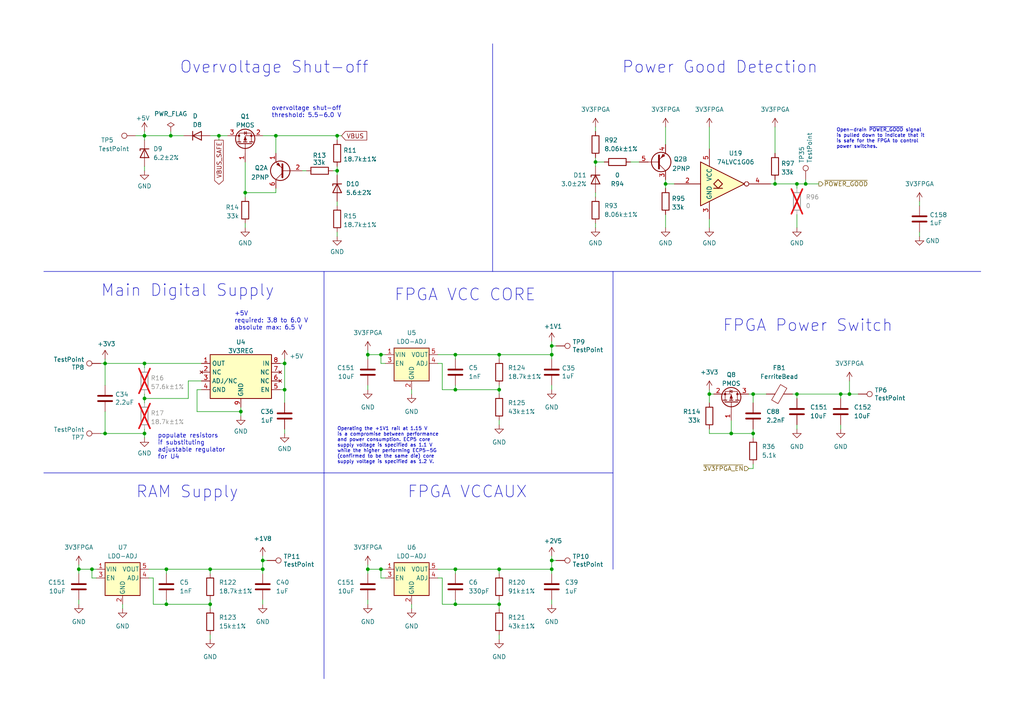
<source format=kicad_sch>
(kicad_sch (version 20230121) (generator eeschema)
  (paper "A4")
  (title_block (title "${TITLE}") (date "${DATE}") (rev "${VERSION}") (company "${COPYRIGHT}") (comment 1 "${LICENSE}"))
  (junction (at 243.84 114.3))
  (junction (at 231.14 114.3))
  (junction (at 41.91 105.41))
  (junction (at 233.68 53.34))
  (junction (at 144.78 102.87))
  (junction (at 212.09 125.73))
  (junction (at 48.26 165.1))
  (junction (at 110.49 102.87))
  (junction (at 76.2 165.1))
  (junction (at 60.96 165.1))
  (junction (at 26.67 165.1))
  (junction (at 132.08 113.03))
  (junction (at 218.44 114.3))
  (junction (at 160.02 100.33))
  (junction (at 160.02 165.1))
  (junction (at 224.79 53.34))
  (junction (at 132.08 175.26))
  (junction (at 49.53 39.37))
  (junction (at 48.26 175.26))
  (junction (at 80.01 39.37))
  (junction (at 144.78 165.1))
  (junction (at 110.49 165.1))
  (junction (at 231.14 53.34))
  (junction (at 246.38 114.3))
  (junction (at 69.85 119.38))
  (junction (at 30.48 105.41))
  (junction (at 63.5 39.37))
  (junction (at 97.79 49.53))
  (junction (at 60.96 175.26))
  (junction (at 160.02 162.56))
  (junction (at 82.55 113.03))
  (junction (at 41.91 115.57))
  (junction (at 132.08 102.87))
  (junction (at 144.78 175.26))
  (junction (at 132.08 165.1))
  (junction (at 71.12 55.88))
  (junction (at 106.68 102.87))
  (junction (at 41.91 39.37))
  (junction (at 30.48 125.73))
  (junction (at 160.02 102.87))
  (junction (at 172.72 46.99))
  (junction (at 82.55 105.41))
  (junction (at 144.78 113.03))
  (junction (at 41.91 125.73))
  (junction (at 106.68 165.1))
  (junction (at 97.79 39.37))
  (junction (at 22.86 165.1))
  (junction (at 218.44 125.73))
  (junction (at 205.74 114.3))
  (junction (at 76.2 162.56))
  (junction (at 193.04 53.34))
  (wire (pts (xy 22.86 166.37) (xy 22.86 165.1)))
  (wire (pts (xy 58.42 113.03) (xy 57.15 113.03)))
  (wire (pts (xy 57.15 119.38) (xy 69.85 119.38)))
  (wire (pts (xy 231.14 53.34) (xy 233.68 53.34)))
  (wire (pts (xy 30.48 105.41) (xy 30.48 111.76)))
  (wire (pts (xy 110.49 165.1) (xy 110.49 167.64)))
  (wire (pts (xy 22.86 173.99) (xy 22.86 175.26)))
  (wire (pts (xy 76.2 173.99) (xy 76.2 175.26)))
  (wire (pts (xy 106.68 101.6) (xy 106.68 102.87)))
  (wire (pts (xy 71.12 55.88) (xy 71.12 57.15)))
  (wire (pts (xy 111.76 102.87) (xy 110.49 102.87)))
  (wire (pts (xy 193.04 36.83) (xy 193.04 41.91)))
  (wire (pts (xy 144.78 175.26) (xy 144.78 176.53)))
  (wire (pts (xy 60.96 175.26) (xy 60.96 176.53)))
  (wire (pts (xy 106.68 165.1) (xy 110.49 165.1)))
  (wire (pts (xy 193.04 52.07) (xy 193.04 53.34)))
  (wire (pts (xy 41.91 125.73) (xy 41.91 127)))
  (wire (pts (xy 160.02 111.76) (xy 160.02 113.03)))
  (wire (pts (xy 41.91 115.57) (xy 54.61 115.57)))
  (wire (pts (xy 160.02 100.33) (xy 160.02 102.87)))
  (wire (pts (xy 82.55 113.03) (xy 82.55 105.41)))
  (wire (pts (xy 106.68 173.99) (xy 106.68 175.26)))
  (wire (pts (xy 82.55 124.46) (xy 82.55 125.73)))
  (wire (pts (xy 106.68 102.87) (xy 110.49 102.87)))
  (wire (pts (xy 160.02 104.14) (xy 160.02 102.87)))
  (wire (pts (xy 212.09 125.73) (xy 218.44 125.73)))
  (wire (pts (xy 172.72 46.99) (xy 172.72 48.26)))
  (wire (pts (xy 218.44 116.84) (xy 218.44 114.3)))
  (wire (pts (xy 44.45 167.64) (xy 44.45 175.26)))
  (wire (pts (xy 160.02 99.06) (xy 160.02 100.33)))
  (wire (pts (xy 224.79 36.83) (xy 224.79 44.45)))
  (wire (pts (xy 266.7 58.42) (xy 266.7 59.69)))
  (wire (pts (xy 60.96 39.37) (xy 63.5 39.37)))
  (wire (pts (xy 106.68 104.14) (xy 106.68 102.87)))
  (wire (pts (xy 193.04 62.23) (xy 193.04 66.04)))
  (wire (pts (xy 71.12 66.04) (xy 71.12 64.77)))
  (wire (pts (xy 160.02 162.56) (xy 160.02 165.1)))
  (wire (pts (xy 76.2 39.37) (xy 80.01 39.37)))
  (wire (pts (xy 172.72 46.99) (xy 175.26 46.99)))
  (wire (pts (xy 97.79 49.53) (xy 97.79 50.8)))
  (polyline (pts (xy 93.98 78.74) (xy 93.98 196.85)))
  (wire (pts (xy 60.96 165.1) (xy 60.96 166.37)))
  (wire (pts (xy 66.04 39.37) (xy 63.5 39.37)))
  (wire (pts (xy 41.91 40.64) (xy 41.91 39.37)))
  (wire (pts (xy 161.29 100.33) (xy 160.02 100.33)))
  (wire (pts (xy 110.49 102.87) (xy 110.49 105.41)))
  (wire (pts (xy 110.49 105.41) (xy 111.76 105.41)))
  (wire (pts (xy 132.08 113.03) (xy 144.78 113.03)))
  (wire (pts (xy 71.12 46.99) (xy 71.12 55.88)))
  (wire (pts (xy 97.79 67.31) (xy 97.79 68.58)))
  (wire (pts (xy 132.08 165.1) (xy 132.08 166.37)))
  (wire (pts (xy 144.78 102.87) (xy 144.78 104.14)))
  (wire (pts (xy 144.78 113.03) (xy 144.78 111.76)))
  (wire (pts (xy 48.26 173.99) (xy 48.26 175.26)))
  (wire (pts (xy 43.18 167.64) (xy 44.45 167.64)))
  (wire (pts (xy 217.17 135.89) (xy 218.44 135.89)))
  (wire (pts (xy 172.72 36.83) (xy 172.72 38.1)))
  (wire (pts (xy 233.68 53.34) (xy 237.49 53.34)))
  (wire (pts (xy 106.68 111.76) (xy 106.68 113.03)))
  (wire (pts (xy 127 165.1) (xy 132.08 165.1)))
  (wire (pts (xy 97.79 39.37) (xy 97.79 40.64)))
  (wire (pts (xy 49.53 38.1) (xy 49.53 39.37)))
  (wire (pts (xy 41.91 114.3) (xy 41.91 115.57)))
  (wire (pts (xy 218.44 125.73) (xy 218.44 127)))
  (wire (pts (xy 231.14 54.61) (xy 231.14 53.34)))
  (wire (pts (xy 41.91 38.1) (xy 41.91 39.37)))
  (wire (pts (xy 43.18 165.1) (xy 48.26 165.1)))
  (wire (pts (xy 57.15 113.03) (xy 57.15 119.38)))
  (wire (pts (xy 212.09 121.92) (xy 212.09 125.73)))
  (wire (pts (xy 128.27 113.03) (xy 132.08 113.03)))
  (wire (pts (xy 144.78 102.87) (xy 160.02 102.87)))
  (wire (pts (xy 193.04 53.34) (xy 193.04 54.61)))
  (wire (pts (xy 69.85 119.38) (xy 69.85 120.65)))
  (wire (pts (xy 49.53 39.37) (xy 41.91 39.37)))
  (polyline (pts (xy 12.7 78.74) (xy 284.48 78.74)))
  (wire (pts (xy 44.45 175.26) (xy 48.26 175.26)))
  (wire (pts (xy 205.74 36.83) (xy 205.74 43.18)))
  (wire (pts (xy 22.86 165.1) (xy 26.67 165.1)))
  (wire (pts (xy 223.52 53.34) (xy 224.79 53.34)))
  (wire (pts (xy 243.84 114.3) (xy 246.38 114.3)))
  (wire (pts (xy 172.72 55.88) (xy 172.72 57.15)))
  (wire (pts (xy 41.91 105.41) (xy 58.42 105.41)))
  (wire (pts (xy 233.68 53.34) (xy 233.68 52.07)))
  (wire (pts (xy 106.68 163.83) (xy 106.68 165.1)))
  (wire (pts (xy 71.12 55.88) (xy 80.01 55.88)))
  (wire (pts (xy 144.78 165.1) (xy 144.78 166.37)))
  (wire (pts (xy 127 102.87) (xy 132.08 102.87)))
  (wire (pts (xy 144.78 165.1) (xy 160.02 165.1)))
  (wire (pts (xy 99.06 39.37) (xy 97.79 39.37)))
  (wire (pts (xy 22.86 163.83) (xy 22.86 165.1)))
  (wire (pts (xy 97.79 58.42) (xy 97.79 59.69)))
  (wire (pts (xy 127 167.64) (xy 128.27 167.64)))
  (wire (pts (xy 54.61 115.57) (xy 54.61 110.49)))
  (wire (pts (xy 53.34 39.37) (xy 49.53 39.37)))
  (wire (pts (xy 243.84 123.19) (xy 243.84 124.46)))
  (wire (pts (xy 60.96 165.1) (xy 76.2 165.1)))
  (polyline (pts (xy 93.98 137.16) (xy 177.8 137.16)))
  (wire (pts (xy 119.38 113.03) (xy 119.38 114.3)))
  (wire (pts (xy 76.2 161.29) (xy 76.2 162.56)))
  (wire (pts (xy 80.01 54.61) (xy 80.01 55.88)))
  (wire (pts (xy 97.79 49.53) (xy 97.79 48.26)))
  (wire (pts (xy 60.96 184.15) (xy 60.96 185.42)))
  (wire (pts (xy 26.67 167.64) (xy 27.94 167.64)))
  (polyline (pts (xy 93.98 137.16) (xy 12.7 137.16)))
  (wire (pts (xy 218.44 114.3) (xy 222.25 114.3)))
  (wire (pts (xy 35.56 175.26) (xy 35.56 176.53)))
  (wire (pts (xy 144.78 175.26) (xy 144.78 173.99)))
  (wire (pts (xy 144.78 184.15) (xy 144.78 185.42)))
  (wire (pts (xy 82.55 105.41) (xy 81.28 105.41)))
  (wire (pts (xy 132.08 175.26) (xy 144.78 175.26)))
  (wire (pts (xy 48.26 175.26) (xy 60.96 175.26)))
  (polyline (pts (xy 142.875 78.74) (xy 142.875 12.7)))
  (wire (pts (xy 39.37 39.37) (xy 41.91 39.37)))
  (wire (pts (xy 41.91 115.57) (xy 41.91 116.84)))
  (wire (pts (xy 132.08 165.1) (xy 144.78 165.1)))
  (wire (pts (xy 111.76 165.1) (xy 110.49 165.1)))
  (wire (pts (xy 110.49 167.64) (xy 111.76 167.64)))
  (wire (pts (xy 231.14 114.3) (xy 231.14 115.57)))
  (polyline (pts (xy 177.8 78.74) (xy 177.8 165.1)))
  (wire (pts (xy 87.63 49.53) (xy 88.9 49.53)))
  (wire (pts (xy 63.5 39.37) (xy 63.5 40.64)))
  (wire (pts (xy 160.02 166.37) (xy 160.02 165.1)))
  (wire (pts (xy 30.48 105.41) (xy 41.91 105.41)))
  (wire (pts (xy 27.94 165.1) (xy 26.67 165.1)))
  (wire (pts (xy 231.14 123.19) (xy 231.14 124.46)))
  (wire (pts (xy 218.44 114.3) (xy 217.17 114.3)))
  (wire (pts (xy 128.27 105.41) (xy 128.27 113.03)))
  (wire (pts (xy 76.2 166.37) (xy 76.2 165.1)))
  (wire (pts (xy 224.79 52.07) (xy 224.79 53.34)))
  (wire (pts (xy 218.44 134.62) (xy 218.44 135.89)))
  (wire (pts (xy 207.01 114.3) (xy 205.74 114.3)))
  (wire (pts (xy 193.04 53.34) (xy 195.58 53.34)))
  (wire (pts (xy 41.91 125.73) (xy 41.91 124.46)))
  (wire (pts (xy 182.88 46.99) (xy 185.42 46.99)))
  (wire (pts (xy 243.84 114.3) (xy 243.84 115.57)))
  (wire (pts (xy 128.27 175.26) (xy 132.08 175.26)))
  (wire (pts (xy 48.26 165.1) (xy 48.26 166.37)))
  (wire (pts (xy 144.78 121.92) (xy 144.78 123.19)))
  (wire (pts (xy 205.74 63.5) (xy 205.74 66.04)))
  (wire (pts (xy 80.01 39.37) (xy 80.01 44.45)))
  (wire (pts (xy 132.08 102.87) (xy 144.78 102.87)))
  (wire (pts (xy 132.08 111.76) (xy 132.08 113.03)))
  (wire (pts (xy 26.67 165.1) (xy 26.67 167.64)))
  (wire (pts (xy 172.72 64.77) (xy 172.72 66.04)))
  (wire (pts (xy 41.91 48.26) (xy 41.91 49.53)))
  (wire (pts (xy 132.08 173.99) (xy 132.08 175.26)))
  (wire (pts (xy 127 105.41) (xy 128.27 105.41)))
  (wire (pts (xy 231.14 62.23) (xy 231.14 66.04)))
  (wire (pts (xy 205.74 125.73) (xy 212.09 125.73)))
  (wire (pts (xy 30.48 125.73) (xy 30.48 119.38)))
  (wire (pts (xy 205.74 124.46) (xy 205.74 125.73)))
  (wire (pts (xy 48.26 165.1) (xy 60.96 165.1)))
  (wire (pts (xy 77.47 162.56) (xy 76.2 162.56)))
  (wire (pts (xy 246.38 110.49) (xy 246.38 114.3)))
  (wire (pts (xy 97.79 49.53) (xy 96.52 49.53)))
  (wire (pts (xy 224.79 53.34) (xy 231.14 53.34)))
  (wire (pts (xy 81.28 113.03) (xy 82.55 113.03)))
  (wire (pts (xy 30.48 105.41) (xy 30.48 104.14)))
  (wire (pts (xy 144.78 113.03) (xy 144.78 114.3)))
  (wire (pts (xy 161.29 162.56) (xy 160.02 162.56)))
  (wire (pts (xy 119.38 175.26) (xy 119.38 176.53)))
  (wire (pts (xy 246.38 114.3) (xy 248.92 114.3)))
  (wire (pts (xy 41.91 106.68) (xy 41.91 105.41)))
  (wire (pts (xy 60.96 175.26) (xy 60.96 173.99)))
  (wire (pts (xy 205.74 113.03) (xy 205.74 114.3)))
  (wire (pts (xy 80.01 39.37) (xy 97.79 39.37)))
  (wire (pts (xy 82.55 104.14) (xy 82.55 105.41)))
  (wire (pts (xy 106.68 166.37) (xy 106.68 165.1)))
  (wire (pts (xy 132.08 102.87) (xy 132.08 104.14)))
  (wire (pts (xy 128.27 167.64) (xy 128.27 175.26)))
  (wire (pts (xy 160.02 161.29) (xy 160.02 162.56)))
  (wire (pts (xy 29.21 125.73) (xy 30.48 125.73)))
  (wire (pts (xy 69.85 118.11) (xy 69.85 119.38)))
  (wire (pts (xy 231.14 114.3) (xy 243.84 114.3)))
  (wire (pts (xy 205.74 114.3) (xy 205.74 116.84)))
  (wire (pts (xy 30.48 105.41) (xy 29.21 105.41)))
  (wire (pts (xy 82.55 116.84) (xy 82.55 113.03)))
  (wire (pts (xy 218.44 125.73) (xy 218.44 124.46)))
  (wire (pts (xy 76.2 162.56) (xy 76.2 165.1)))
  (wire (pts (xy 30.48 125.73) (xy 41.91 125.73)))
  (wire (pts (xy 229.87 114.3) (xy 231.14 114.3)))
  (wire (pts (xy 54.61 110.49) (xy 58.42 110.49)))
  (wire (pts (xy 172.72 45.72) (xy 172.72 46.99)))
  (wire (pts (xy 266.7 67.31) (xy 266.7 68.58)))
  (wire (pts (xy 160.02 173.99) (xy 160.02 175.26)))
  (text "Open-drain ~{POWER_GOOD} signal\nis pulled down to indicate that it\nis safe for the FPGA to control\npower switches.\n" (at 242.57 43.18 0) (effects (font (size 0.9906 0.9906)) (justify left bottom)))
  (text "FPGA VCC CORE" (at 114.3 87.63 0) (effects (font (size 3.4036 3.4036)) (justify left bottom)))
  (text "Power Good Detection" (at 180.34 21.59 0) (effects (font (size 3.4036 3.4036)) (justify left bottom)))
  (text "+5V\nrequired: 3.8 to 6.0 V\nabsolute max: 6.5 V" (at 67.945 95.885 0) (effects (font (size 1.27 1.27)) (justify left bottom)))
  (text "overvoltage shut-off\nthreshold: 5.5-6.0 V" (at 78.74 34.29 0) (effects (font (size 1.27 1.27)) (justify left bottom)))
  (text "FPGA Power Switch" (at 209.55 96.52 0) (effects (font (size 3.4036 3.4036)) (justify left bottom)))
  (text "FPGA VCCAUX" (at 118.11 144.78 0) (effects (font (size 3.4036 3.4036)) (justify left bottom)))
  (text "Main Digital Supply" (at 29.21 86.36 0) (effects (font (size 3.4036 3.4036)) (justify left bottom)))
  (text "Overvoltage Shut-off" (at 52.07 21.59 0) (effects (font (size 3.4036 3.4036)) (justify left bottom)))
  (text "populate resistors\nif substituting\nadjustable regulator\nfor U4" (at 45.72 133.35 0) (effects (font (size 1.27 1.27)) (justify left bottom)))
  (text "RAM Supply" (at 39.37 144.78 0) (effects (font (size 3.4036 3.4036)) (justify left bottom)))
  (text "Operating the +1V1 rail at 1.15 V\nis a compromise between performance\nand power consumption. ECP5 core\nsupply voltage is specified as 1.1 V\nwhile the higher performing ECP5-5G\n(confirmed to be the same die) core\nsupply voltage is specified as 1.2 V.\n" (at 97.79 134.62 0) (effects (font (size 0.9906 0.9906)) (justify left bottom)))
  (global_label "VBUS_SAFE" (shape output) (at 63.5 40.64 270) (property "Intersheetrefs" "${INTERSHEET_REFS}" (effects hide)))
  (global_label "VBUS" (shape input) (at 99.06 39.37 0) (property "Intersheetrefs" "${INTERSHEET_REFS}" (effects hide)))
  (hierarchical_label "~{POWER_GOOD}" (shape output) (at 237.49 53.34 0))
  (hierarchical_label "~{3V3FPGA_EN}" (shape input) (at 217.17 135.89 180))
  (symbol (lib_id "Device:C") (at 160.02 170.18 0) (unit 1)
    (property "Reference" "C39" (at 163.83 168.91 0) (effects (justify left)))
    (property "Value" "1uF" (at 163.83 171.45 0) (effects (justify left)))
    (property "Footprint" "Capacitor_SMD:C_0402_1005Metric" (effects hide))
    (property "Part Number" "CL05A105KP5NNNC" (effects hide))
    (property "Substitution" "any equivalent" (effects hide))
    (property "Description" "CAP CER 1UF 10V X5R 0402" (effects hide))
    (property "Manufacturer" "Samsung" (effects hide))
  )
  (symbol (lib_id "power:+2V5") (at 160.02 161.29 0) (unit 1)
    (property "Reference" "#PWR0102" (effects hide))
    (property "Value" "+2V5" (at 160.401 156.8958 0))
  )
  (symbol (lib_id "Device:C") (at 30.48 115.57 0) (unit 1)
    (property "Reference" "C34" (at 33.401 114.4016 0) (effects (justify left)))
    (property "Value" "2.2uF" (at 33.401 116.713 0) (effects (justify left)))
    (property "Footprint" "Capacitor_SMD:C_0402_1005Metric" (effects hide))
    (property "Description" "CAP CER 2.2UF 10V X5R 0402" (effects hide))
    (property "Manufacturer" "Murata" (effects hide))
    (property "Part Number" "GRM155R61A225KE95D" (effects hide))
    (property "Substitution" "GRM155R61A225*" (effects hide))
  )
  (symbol (lib_id "power:+3V3") (at 30.48 104.14 0) (unit 1)
    (property "Reference" "#PWR090" (effects hide))
    (property "Value" "+3V3" (at 30.861 99.7458 0))
  )
  (symbol (lib_id "Device:C") (at 160.02 107.95 0) (unit 1)
    (property "Reference" "C35" (at 162.941 106.7816 0) (effects (justify left)))
    (property "Value" "1uF" (at 162.941 109.093 0) (effects (justify left)))
    (property "Footprint" "Capacitor_SMD:C_0402_1005Metric" (effects hide))
    (property "Part Number" "CL05A105KP5NNNC" (effects hide))
    (property "Substitution" "any equivalent" (effects hide))
    (property "Description" "CAP CER 1UF 10V X5R 0402" (effects hide))
    (property "Manufacturer" "Samsung" (effects hide))
  )
  (symbol (lib_id "power:+1V1") (at 160.02 99.06 0) (unit 1)
    (property "Reference" "#PWR092" (effects hide))
    (property "Value" "+1V1" (at 160.401 94.6658 0))
  )
  (symbol (lib_id "Connector:TestPoint") (at 29.21 105.41 90) (unit 1) (in_bom no)
    (property "Reference" "TP8" (at 24.4602 106.553 90) (effects (justify left)))
    (property "Value" "TestPoint" (at 24.4602 104.267 90) (effects (justify left)))
    (property "Footprint" "TestPoint:TestPoint_Pad_D1.0mm" (effects hide))
  )
  (symbol (lib_id "Connector:TestPoint") (at 161.29 100.33 270) (unit 1) (in_bom no)
    (property "Reference" "TP9" (at 166.0398 99.187 90) (effects (justify left)))
    (property "Value" "TestPoint" (at 166.0398 101.473 90) (effects (justify left)))
    (property "Footprint" "TestPoint:TestPoint_Pad_D1.0mm" (effects hide))
  )
  (symbol (lib_id "Connector:TestPoint") (at 161.29 162.56 270) (unit 1) (in_bom no)
    (property "Reference" "TP10" (at 166.0398 161.417 90) (effects (justify left)))
    (property "Value" "TestPoint" (at 166.0398 163.703 90) (effects (justify left)))
    (property "Footprint" "TestPoint:TestPoint_Pad_D1.0mm" (effects hide))
  )
  (symbol (lib_id "Device:C") (at 82.55 120.65 0) (mirror y) (unit 1)
    (property "Reference" "C36" (at 77.47 119.38 0))
    (property "Value" "1uF" (at 77.47 121.92 0))
    (property "Footprint" "Capacitor_SMD:C_0402_1005Metric" (effects hide))
    (property "Part Number" "CL05A105KP5NNNC" (effects hide))
    (property "Substitution" "any equivalent" (effects hide))
    (property "Description" "CAP CER 1UF 10V X5R 0402" (effects hide))
    (property "Manufacturer" "Samsung" (effects hide))
  )
  (symbol (lib_id "Regulator_Linear:AP2127K-ADJ") (at 35.56 167.64 0) (unit 1)
    (property "Reference" "U7" (at 35.56 158.75 0))
    (property "Value" "LDO-ADJ" (at 35.56 161.29 0))
    (property "Footprint" "Package_TO_SOT_SMD:SOT-23-5" (effects hide))
    (property "Datasheet" "https://www.diodes.com/assets/Datasheets/AP2127.pdf" (effects hide))
    (property "Description" "IC REG LIN POS ADJ 300MA SOT23-5" (effects hide))
    (property "Manufacturer" "Diodes Inc." (effects hide))
    (property "Part Number" "AP2127K-ADJTRG1" (effects hide))
  )
  (symbol (lib_id "power:GND") (at 35.56 176.53 0) (unit 1)
    (property "Reference" "#PWR0201" (effects hide))
    (property "Value" "GND" (at 35.56 181.61 0))
  )
  (symbol (lib_id "support_hardware:3V3FPGA") (at 172.72 36.83 0) (unit 1)
    (property "Reference" "#PWR0213" (effects hide))
    (property "Value" "3V3FPGA" (at 172.72 31.75 0))
  )
  (symbol (lib_id "Device:R") (at 172.72 60.96 0) (unit 1)
    (property "Reference" "R93" (at 175.26 59.69 0) (effects (justify left)))
    (property "Value" "8.06k±1%" (at 175.26 62.23 0) (effects (justify left)))
    (property "Footprint" "Resistor_SMD:R_0402_1005Metric" (effects hide))
    (property "Description" "RES SMD 8.06K OHM 1% 1/10W 0402" (effects hide))
    (property "Manufacturer" "Panasonic" (effects hide))
    (property "Part Number" "ERJ-2RKF8061X" (effects hide))
    (property "Substitution" "any equivalent" (effects hide))
  )
  (symbol (lib_id "power:GND") (at 144.78 123.19 0) (unit 1)
    (property "Reference" "#PWR0299" (effects hide))
    (property "Value" "GND" (at 144.78 128.27 0))
  )
  (symbol (lib_id "power:GND") (at 266.7 68.58 0) (unit 1)
    (property "Reference" "#PWR0282" (effects hide))
    (property "Value" "GND" (at 270.51 69.85 0))
    (instances (project "mainboard" (path "" (reference "#PWR0282") (unit 1)) (path "" (reference "#PWR0284") (unit 1))))
  )
  (symbol (lib_id "Device:D_Zener") (at 97.79 54.61 90) (mirror x) (unit 1)
    (property "Reference" "D10" (at 100.33 53.34 90) (effects (justify right)))
    (property "Value" "5.6±2%" (at 100.33 55.88 90) (effects (justify right)))
    (property "Footprint" "mainboard:DFN1006-2" (effects hide))
    (property "Datasheet" "https://assets.nexperia.com/documents/data-sheet/BZX884_BC_SER.pdf" (effects hide))
    (property "Manufacturer" "Nexperia" (effects hide))
    (property "Part Number" "BZX884-B5V6,315" (effects hide))
    (property "Description" "DIODE ZENER 5.6V 250MW DFN1006-2" (effects hide))
  )
  (symbol (lib_id "Device:R") (at 60.96 170.18 0) (unit 1)
    (property "Reference" "R122" (at 63.5 168.91 0) (effects (justify left)))
    (property "Value" "18.7k±1%" (at 63.5 171.45 0) (effects (justify left)))
    (property "Footprint" "Resistor_SMD:R_0402_1005Metric" (effects hide))
    (property "Description" "RES SMD 18.7K OHM 1% 1/10W 0402" (effects hide))
    (property "Manufacturer" "Panasonic" (effects hide))
    (property "Part Number" "ERJ-2RKF1872X" (effects hide))
    (property "Substitution" "any equivalent" (effects hide))
  )
  (symbol (lib_id "power:GND") (at 71.12 66.04 0) (mirror y) (unit 1)
    (property "Reference" "#PWR083" (effects hide))
    (property "Value" "GND" (at 71.12 70.4834 0))
  )
  (symbol (lib_id "Regulator_Linear:AP2127K-ADJ") (at 119.38 105.41 0) (unit 1)
    (property "Reference" "U5" (at 119.38 96.52 0))
    (property "Value" "LDO-ADJ" (at 119.38 99.06 0))
    (property "Footprint" "Package_TO_SOT_SMD:SOT-23-5" (effects hide))
    (property "Datasheet" "https://www.diodes.com/assets/Datasheets/AP2127.pdf" (effects hide))
    (property "Description" "IC REG LIN POS ADJ 300MA SOT23-5" (effects hide))
    (property "Manufacturer" "Diodes Inc." (effects hide))
    (property "Part Number" "AP2127K-ADJTRG1" (effects hide))
  )
  (symbol (lib_id "power:GND") (at 41.91 127 0) (unit 1)
    (property "Reference" "#PWR097" (effects hide))
    (property "Value" "GND" (at 41.91 131.4434 0))
  )
  (symbol (lib_id "Device:R") (at 231.14 58.42 180) (unit 1) (dnp yes)
    (property "Reference" "R96" (at 233.68 57.15 0) (effects (justify right)))
    (property "Value" "0" (at 233.68 59.69 0) (effects (justify right)))
    (property "Footprint" "Resistor_SMD:R_0402_1005Metric" (effects hide))
    (property "Part Number" "RC0402FR-070RL" (effects hide))
    (property "Substitution" "any equivalent" (effects hide))
    (property "Description" "RES 0 OHM JUMPER 1/16W 0402" (effects hide))
    (property "Manufacturer" "Yageo" (effects hide))
  )
  (symbol (lib_id "power:GND") (at 119.38 176.53 0) (unit 1)
    (property "Reference" "#PWR0103" (effects hide))
    (property "Value" "GND" (at 119.38 181.61 0))
  )
  (symbol (lib_id "Device:C") (at 106.68 170.18 180) (unit 1)
    (property "Reference" "C151" (at 102.87 168.91 0) (effects (justify left)))
    (property "Value" "10uF" (at 102.87 171.45 0) (effects (justify left)))
    (property "Footprint" "Capacitor_SMD:C_0603_1608Metric" (effects hide))
    (property "Description" "CAP CER 10UF 10V X5R 0603" (effects hide))
    (property "Manufacturer" "Samsung" (effects hide))
    (property "Part Number" "CL10A106KP8NNNC" (effects hide))
    (property "Substitution" "any equivalent" (effects hide))
    (instances (project "mainboard" (path "" (reference "C151") (unit 1)) (path "" (reference "C37") (unit 1))))
  )
  (symbol (lib_id "power:GND") (at 144.78 185.42 0) (unit 1)
    (property "Reference" "#PWR0106" (effects hide))
    (property "Value" "GND" (at 144.78 190.5 0))
  )
  (symbol (lib_id "Connector:TestPoint") (at 77.47 162.56 270) (unit 1) (in_bom no)
    (property "Reference" "TP11" (at 82.2198 161.417 90) (effects (justify left)))
    (property "Value" "TestPoint" (at 82.2198 163.703 90) (effects (justify left)))
    (property "Footprint" "TestPoint:TestPoint_Pad_D1.0mm" (effects hide))
  )
  (symbol (lib_id "support_hardware:3V3FPGA") (at 246.38 110.49 0) (unit 1)
    (property "Reference" "#PWR0317" (effects hide))
    (property "Value" "3V3FPGA" (at 246.38 105.41 0))
  )
  (symbol (lib_id "Device:C") (at 106.68 107.95 0) (unit 1)
    (property "Reference" "C151" (at 102.87 106.68 0) (effects (justify right)))
    (property "Value" "10uF" (at 102.87 109.22 0) (effects (justify right)))
    (property "Footprint" "Capacitor_SMD:C_0603_1608Metric" (effects hide))
    (property "Description" "CAP CER 10UF 10V X5R 0603" (effects hide))
    (property "Manufacturer" "Samsung" (effects hide))
    (property "Part Number" "CL10A106KP8NNNC" (effects hide))
    (property "Substitution" "any equivalent" (effects hide))
    (instances (project "mainboard" (path "" (reference "C151") (unit 1)) (path "" (reference "C33") (unit 1))))
  )
  (symbol (lib_id "Device:C") (at 22.86 170.18 0) (unit 1)
    (property "Reference" "C151" (at 19.05 168.91 0) (effects (justify right)))
    (property "Value" "10uF" (at 19.05 171.45 0) (effects (justify right)))
    (property "Footprint" "Capacitor_SMD:C_0603_1608Metric" (effects hide))
    (property "Description" "CAP CER 10UF 10V X5R 0603" (effects hide))
    (property "Manufacturer" "Samsung" (effects hide))
    (property "Part Number" "CL10A106KP8NNNC" (effects hide))
    (property "Substitution" "any equivalent" (effects hide))
    (instances (project "mainboard" (path "" (reference "C151") (unit 1)) (path "" (reference "C38") (unit 1))))
  )
  (symbol (lib_id "Device:R") (at 205.74 120.65 0) (unit 1)
    (property "Reference" "R114" (at 203.2 119.38 0) (effects (justify right)))
    (property "Value" "33k" (at 203.2 121.92 0) (effects (justify right)))
    (property "Footprint" "Resistor_SMD:R_0402_1005Metric" (effects hide))
    (property "Description" "RES SMD 33K OHM 5% 1/10W 0402" (effects hide))
    (property "Manufacturer" "Panasonic" (effects hide))
    (property "Part Number" "ERJ-2GEJ333X" (effects hide))
    (property "Substitution" "any equivalent" (effects hide))
    (instances (project "mainboard" (path "" (reference "R114") (unit 1)) (path "" (reference "R98") (unit 1)) (path "" (reference "R98") (unit 1))))
  )
  (symbol (lib_id "support_hardware:3V3FPGA") (at 193.04 36.83 0) (unit 1)
    (property "Reference" "#PWR0225" (effects hide))
    (property "Value" "3V3FPGA" (at 193.04 31.75 0))
  )
  (symbol (lib_id "power:GND") (at 41.91 49.53 0) (mirror y) (unit 1)
    (property "Reference" "#PWR077" (effects hide))
    (property "Value" "GND" (at 41.91 53.9734 0))
  )
  (symbol (lib_id "Device:C") (at 266.7 63.5 0) (unit 1)
    (property "Reference" "C158" (at 269.621 62.3316 0) (effects (justify left)))
    (property "Value" "1uF" (at 269.621 64.643 0) (effects (justify left)))
    (property "Footprint" "Capacitor_SMD:C_0402_1005Metric" (effects hide))
    (property "Part Number" "CL05A105KP5NNNC" (effects hide))
    (property "Substitution" "any equivalent" (effects hide))
    (property "Description" "CAP CER 1UF 10V X5R 0402" (effects hide))
    (property "Manufacturer" "Samsung" (effects hide))
    (instances (project "mainboard" (path "" (reference "C158") (unit 1)) (path "" (reference "C159") (unit 1))))
  )
  (symbol (lib_id "support_hardware:3V3FPGA") (at 106.68 101.6 0) (unit 1)
    (property "Reference" "#PWR0100" (effects hide))
    (property "Value" "3V3FPGA" (at 106.68 96.52 0))
  )
  (symbol (lib_id "power:GND") (at 106.68 175.26 0) (unit 1)
    (property "Reference" "#PWR0182" (effects hide))
    (property "Value" "GND" (at 106.68 180.34 0))
  )
  (symbol (lib_id "Device:FerriteBead") (at 226.06 114.3 90) (unit 1)
    (property "Reference" "FB1" (at 226.0092 106.68 90))
    (property "Value" "FerriteBead" (at 226.0092 109.22 90))
    (property "Footprint" "Inductor_SMD:L_0603_1608Metric" (effects hide))
    (property "Datasheet" "https://datasheet.lcsc.com/lcsc/2009171410_TAI-TECH-HCB1608KF-102T10_C304312.pdf" (effects hide))
    (property "Description" "1kΩ@100MHz 200mΩ ±25% 0603 Ferrite Bead" (effects hide))
    (property "Manufacturer" "TAI-TECH" (effects hide))
    (property "Part Number" "HCB1608KF-102T10" (effects hide))
    (property "Substitution" "Murata BLM18KG102SN1*" (effects hide))
    (instances (project "mainboard" (path "" (reference "FB1") (unit 1)) (path "" (reference "FB1") (unit 1)) (path "" (reference "FB4") (unit 1))))
  )
  (symbol (lib_id "power:GND") (at 106.68 113.03 0) (unit 1)
    (property "Reference" "#PWR0107" (effects hide))
    (property "Value" "GND" (at 106.68 118.11 0))
  )
  (symbol (lib_id "Device:C") (at 243.84 119.38 0) (unit 1)
    (property "Reference" "C152" (at 247.65 118.11 0) (effects (justify left)))
    (property "Value" "10uF" (at 247.65 120.65 0) (effects (justify left)))
    (property "Footprint" "Capacitor_SMD:C_0603_1608Metric" (effects hide))
    (property "Description" "CAP CER 10UF 10V X5R 0603" (effects hide))
    (property "Manufacturer" "Samsung" (effects hide))
    (property "Part Number" "CL10A106KP8NNNC" (effects hide))
    (property "Substitution" "any equivalent" (effects hide))
    (instances (project "mainboard" (path "" (reference "C152") (unit 1)) (path "" (reference "C152") (unit 1)) (path "" (reference "C199") (unit 1))))
  )
  (symbol (lib_id "support_hardware:3V3FPGA") (at 106.68 163.83 0) (unit 1)
    (property "Reference" "#PWR0316" (effects hide))
    (property "Value" "3V3FPGA" (at 106.68 158.75 0))
  )
  (symbol (lib_id "Device:C") (at 132.08 107.95 0) (unit 1)
    (property "Reference" "C5" (at 135.89 106.68 0) (effects (justify left)))
    (property "Value" "1nF" (at 135.89 109.22 0) (effects (justify left)))
    (property "Footprint" "Capacitor_SMD:C_0201_0603Metric" (effects hide))
    (property "Part Number" "GRM033R71E102KA01D" (effects hide))
    (property "Substitution" "GRM033R71E102KA01*" (effects hide))
    (property "Description" "CAP CER 1000PF 25V X7R 0201" (effects hide))
    (property "Manufacturer" "Murata" (effects hide))
    (instances (project "mainboard" (path "" (reference "C5") (unit 1)) (path "" (reference "C59") (unit 1))))
  )
  (symbol (lib_id "Device:Q_PMOS_GSD") (at 212.09 116.84 270) (mirror x) (unit 1)
    (property "Reference" "Q8" (at 212.09 108.6952 90))
    (property "Value" "PMOS" (at 212.09 111.2321 90))
    (property "Footprint" "Package_TO_SOT_SMD:SOT-23-3" (effects hide))
    (property "Datasheet" "https://www.21yangjie.com/pdf/mosfet/YJL3401A.pdf" (effects hide))
    (property "Manufacturer" "Yangzhou Yangjie" (effects hide))
    (property "Part Number" "YJL3401A" (effects hide))
    (property "Description" "P-CH MOSFET 30V 4.4A SOT-23-3L" (effects hide))
    (property "Substitution" "Alpha & Omega AO3401A" (effects hide))
    (instances (project "mainboard" (path "" (reference "Q8") (unit 1)) (path "" (reference "Q3") (unit 1)) (path "" (reference "Q3") (unit 1))))
  )
  (symbol (lib_id "power:GND") (at 76.2 175.26 0) (unit 1)
    (property "Reference" "#PWR0298" (effects hide))
    (property "Value" "GND" (at 76.2 180.34 0))
  )
  (symbol (lib_id "Regulator_Linear:AP2127K-ADJ") (at 119.38 167.64 0) (unit 1)
    (property "Reference" "U6" (at 119.38 158.75 0))
    (property "Value" "LDO-ADJ" (at 119.38 161.29 0))
    (property "Footprint" "Package_TO_SOT_SMD:SOT-23-5" (effects hide))
    (property "Datasheet" "https://www.diodes.com/assets/Datasheets/AP2127.pdf" (effects hide))
    (property "Description" "IC REG LIN POS ADJ 300MA SOT23-5" (effects hide))
    (property "Manufacturer" "Diodes Inc." (effects hide))
    (property "Part Number" "AP2127K-ADJTRG1" (effects hide))
  )
  (symbol (lib_id "Device:R") (at 97.79 44.45 0) (unit 1)
    (property "Reference" "R11" (at 99.568 43.6153 0) (effects (justify left)))
    (property "Value" "18.7k±1%" (at 99.568 46.1522 0) (effects (justify left)))
    (property "Footprint" "Resistor_SMD:R_0402_1005Metric" (effects hide))
    (property "Description" "RES SMD 18.7K OHM 1% 1/10W 0402" (effects hide))
    (property "Manufacturer" "Panasonic" (effects hide))
    (property "Part Number" "ERJ-2RKF1872X" (effects hide))
    (property "Substitution" "any equivalent" (effects hide))
  )
  (symbol (lib_id "power:GND") (at 60.96 185.42 0) (unit 1)
    (property "Reference" "#PWR098" (effects hide))
    (property "Value" "GND" (at 60.96 190.5 0))
  )
  (symbol (lib_id "support_hardware:3V3FPGA") (at 224.79 36.83 0) (unit 1)
    (property "Reference" "#PWR0274" (effects hide))
    (property "Value" "3V3FPGA" (at 224.79 31.75 0))
  )
  (symbol (lib_id "Device:R") (at 144.78 107.95 0) (unit 1)
    (property "Reference" "R124" (at 147.32 106.68 0) (effects (justify left)))
    (property "Value" "18.7k±1%" (at 147.32 109.22 0) (effects (justify left)))
    (property "Footprint" "Resistor_SMD:R_0402_1005Metric" (effects hide))
    (property "Description" "RES SMD 18.7K OHM 1% 1/10W 0402" (effects hide))
    (property "Manufacturer" "Panasonic" (effects hide))
    (property "Part Number" "ERJ-2RKF1872X" (effects hide))
    (property "Substitution" "any equivalent" (effects hide))
  )
  (symbol (lib_name "GND_2") (lib_id "power:GND") (at 231.14 124.46 0) (unit 1)
    (property "Reference" "#PWR0190" (effects hide))
    (property "Value" "GND" (at 231.14 129.54 0))
    (instances (project "mainboard" (path "" (reference "#PWR0190") (unit 1)) (path "" (reference "#PWR0276") (unit 1)) (path "" (reference "#PWR0277") (unit 1)) (path "" (reference "#PWR0314") (unit 1))))
  )
  (symbol (lib_id "support_hardware:3V3FPGA") (at 22.86 163.83 0) (unit 1)
    (property "Reference" "#PWR0105" (effects hide))
    (property "Value" "3V3FPGA" (at 22.86 158.75 0))
  )
  (symbol (lib_id "Device:R") (at 224.79 48.26 0) (unit 1)
    (property "Reference" "R97" (at 226.568 47.4253 0) (effects (justify left)))
    (property "Value" "33k" (at 226.568 49.9622 0) (effects (justify left)))
    (property "Footprint" "Resistor_SMD:R_0402_1005Metric" (effects hide))
    (property "Description" "RES SMD 33K OHM 5% 1/10W 0402" (effects hide))
    (property "Manufacturer" "Panasonic" (effects hide))
    (property "Part Number" "ERJ-2GEJ333X" (effects hide))
    (property "Substitution" "any equivalent" (effects hide))
  )
  (symbol (lib_id "Device:C") (at 76.2 170.18 0) (unit 1)
    (property "Reference" "C40" (at 80.01 168.91 0) (effects (justify left)))
    (property "Value" "1uF" (at 80.01 171.45 0) (effects (justify left)))
    (property "Footprint" "Capacitor_SMD:C_0402_1005Metric" (effects hide))
    (property "Part Number" "CL05A105KP5NNNC" (effects hide))
    (property "Substitution" "any equivalent" (effects hide))
    (property "Description" "CAP CER 1UF 10V X5R 0402" (effects hide))
    (property "Manufacturer" "Samsung" (effects hide))
  )
  (symbol (lib_id "Device:Q_Dual_PNP_PNP_E1B1C2E2B2C1") (at 82.55 49.53 180) (unit 1)
    (property "Reference" "Q2" (at 77.6986 48.6953 0) (effects (justify left)))
    (property "Value" "2PNP" (at 78.105 51.435 0) (effects (justify left)))
    (property "Footprint" "Package_TO_SOT_SMD:SOT-363_SC-70-6" (effects hide))
    (property "Datasheet" "https://www.21yangjie.com/pdf/xxh/xxhsjg/BC857BS.pdf" (effects hide))
    (property "Manufacturer" "Yangzhou Yangjie" (effects hide))
    (property "Part Number" "BC857BS" (effects hide))
    (property "Description" "PNP+PNP TRANS 45V 0.2A SOT-363" (effects hide))
  )
  (symbol (lib_id "Device:R") (at 92.71 49.53 90) (unit 1)
    (property "Reference" "R13" (at 94.615 45.085 90) (effects (justify left)))
    (property "Value" "33k" (at 94.4122 47.117 90) (effects (justify left)))
    (property "Footprint" "Resistor_SMD:R_0402_1005Metric" (effects hide))
    (property "Part Number" "ERJ-2GEJ333X" (effects hide))
    (property "Substitution" "any equivalent" (effects hide))
    (property "Description" "RES SMD 33K OHM 5% 1/10W 0402" (effects hide))
    (property "Manufacturer" "Panasonic" (effects hide))
  )
  (symbol (lib_id "support_hardware:AP7361EA-XXFGE-7") (at 69.85 109.22 0) (unit 1)
    (property "Reference" "U4" (at 69.85 99.221 0))
    (property "Value" "3V3REG" (at 69.85 101.7579 0))
    (property "Footprint" "Package_DFN_QFN:DFN-8-1EP_3x3mm_P0.65mm_EP1.55x2.4mm" (effects hide))
    (property "Datasheet" "https://www.diodes.com/assets/Datasheets/AP7361EA.pdf" (effects hide))
    (property "Manufacturer" "Diodes Inc." (effects hide))
    (property "Part Number" "AP7361EA-33FGE-7" (effects hide))
    (property "Description" "LDO CMOS HICURR U-DFN3030-8" (effects hide))
    (property "Substitution" "AP7361C-33FGE-7" (effects hide))
  )
  (symbol (lib_id "Connector:TestPoint") (at 233.68 52.07 0) (unit 1) (in_bom no)
    (property "Reference" "TP35" (at 232.537 47.3202 90) (effects (justify left)))
    (property "Value" "TestPoint" (at 234.823 47.3202 90) (effects (justify left)))
    (property "Footprint" "TestPoint:TestPoint_Pad_D1.0mm" (effects hide))
  )
  (symbol (lib_id "Device:Q_PMOS_GSD") (at 71.12 41.91 90) (unit 1)
    (property "Reference" "Q1" (at 71.12 33.7652 90))
    (property "Value" "PMOS" (at 71.12 36.3021 90))
    (property "Footprint" "Package_TO_SOT_SMD:SOT-23-3" (effects hide))
    (property "Datasheet" "https://www.21yangjie.com/style/pdf/low-voltage-mosfet/YJL3401A.pdf" (effects hide))
    (property "Manufacturer" "Yangzhou Yangjie" (effects hide))
    (property "Part Number" "YJL3401A" (effects hide))
    (property "Description" "P-CH MOSFET 30V 4.4A SOT-23-3L" (effects hide))
    (property "Substitution" "Alpha & Omega AO3401A" (effects hide))
  )
  (symbol (lib_id "Device:C") (at 132.08 170.18 0) (unit 1)
    (property "Reference" "C6" (at 135.89 168.91 0) (effects (justify left)))
    (property "Value" "330pF" (at 135.89 171.45 0) (effects (justify left)))
    (property "Footprint" "Capacitor_SMD:C_0201_0603Metric" (effects hide))
    (property "Part Number" "GRM0335C1E331JA01D" (effects hide))
    (property "Substitution" "GRM0335C1E331JA01*" (effects hide))
    (property "Description" "CAP CER 330PF 25V C0G/NP0 0201" (effects hide))
    (property "Manufacturer" "Murata" (effects hide))
    (instances (project "mainboard" (path "" (reference "C6") (unit 1)) (path "" (reference "C57") (unit 1))))
  )
  (symbol (lib_id "Device:D") (at 57.15 39.37 0) (mirror x) (unit 1)
    (property "Reference" "D8" (at 55.88 36.1919 0) (effects (justify left)))
    (property "Value" "D" (at 55.88 33.655 0) (effects (justify left)))
    (property "Footprint" "mainboard:D_SOD-123FL" (effects hide))
    (property "Datasheet" "https://www.21yangjie.com/pdf/zlqj/ckfhejg/U1A%20THRU%20U1J.pdf" (effects hide))
    (property "Manufacturer" "Yangzhou Yangjie" (effects hide))
    (property "Part Number" "U1D" (effects hide))
    (property "Description" "SOD-123FL 200V 1.0A  Diodes Rec" (effects hide))
  )
  (symbol (lib_id "Connector:TestPoint") (at 29.21 125.73 90) (unit 1) (in_bom no)
    (property "Reference" "TP7" (at 24.4602 126.873 90) (effects (justify left)))
    (property "Value" "TestPoint" (at 24.4602 124.587 90) (effects (justify left)))
    (property "Footprint" "TestPoint:TestPoint_Pad_D1.0mm" (effects hide))
  )
  (symbol (lib_id "Device:Q_Dual_PNP_PNP_E1B1C2E2B2C1") (at 190.5 46.99 0) (mirror x) (unit 2)
    (property "Reference" "Q2" (at 195.3514 46.1553 0) (effects (justify left)))
    (property "Value" "2PNP" (at 194.945 48.895 0) (effects (justify left)))
    (property "Footprint" "Package_TO_SOT_SMD:SOT-363_SC-70-6" (effects hide))
    (property "Datasheet" "https://www.21yangjie.com/pdf/xxh/xxhsjg/BC857BS.pdf" (effects hide))
    (property "Manufacturer" "Yangzhou Yangjie" (effects hide))
    (property "Part Number" "BC857BS" (effects hide))
    (property "Description" "PNP+PNP TRANS 45V 0.2A SOT-363" (effects hide))
  )
  (symbol (lib_id "power:+5V") (at 82.55 104.14 0) (unit 1)
    (property "Reference" "#PWR091" (effects hide))
    (property "Value" "+5V" (at 83.947 103.3038 0) (effects (justify left)))
  )
  (symbol (lib_id "Device:R") (at 144.78 118.11 0) (unit 1)
    (property "Reference" "R125" (at 147.32 116.84 0) (effects (justify left)))
    (property "Value" "43k±1%" (at 147.32 119.38 0) (effects (justify left)))
    (property "Footprint" "Resistor_SMD:R_0402_1005Metric" (effects hide))
    (property "Part Number" "RC0402FR-0743KL" (effects hide))
    (property "Substitution" "any equivalent" (effects hide))
    (property "Description" "RES 43K OHM 1% 1/16W 0402" (effects hide))
    (property "Manufacturer" "Yageo" (effects hide))
  )
  (symbol (lib_id "power:PWR_FLAG") (at 49.53 38.1 0) (unit 1)
    (property "Reference" "#FLG01" (effects hide))
    (property "Value" "PWR_FLAG" (at 49.53 33.02 0))
  )
  (symbol (lib_id "power:GND") (at 82.55 125.73 0) (unit 1)
    (property "Reference" "#PWR096" (effects hide))
    (property "Value" "GND" (at 82.55 130.1734 0))
  )
  (symbol (lib_name "GND_2") (lib_id "power:GND") (at 243.84 124.46 0) (unit 1)
    (property "Reference" "#PWR0190" (effects hide))
    (property "Value" "GND" (at 243.84 129.54 0))
    (instances (project "mainboard" (path "" (reference "#PWR0190") (unit 1)) (path "" (reference "#PWR0277") (unit 1)) (path "" (reference "#PWR0278") (unit 1)) (path "" (reference "#PWR0315") (unit 1))))
  )
  (symbol (lib_id "Device:D_Zener") (at 172.72 52.07 90) (mirror x) (unit 1)
    (property "Reference" "D11" (at 170.18 50.8 90) (effects (justify left)))
    (property "Value" "3.0±2%" (at 170.18 53.34 90) (effects (justify left)))
    (property "Footprint" "mainboard:DFN1006-2" (effects hide))
    (property "Datasheet" "https://assets.nexperia.com/documents/data-sheet/BZX884_BC_SER.pdf" (effects hide))
    (property "Manufacturer" "Nexperia" (effects hide))
    (property "Part Number" "BZX884-B3V0,315" (effects hide))
    (property "Description" "DIODE ZENER 3V 250MW DFN1006-2" (effects hide))
  )
  (symbol (lib_id "power:GND") (at 205.74 66.04 0) (mirror y) (unit 1)
    (property "Reference" "#PWR0271" (effects hide))
    (property "Value" "GND" (at 205.74 70.4834 0))
  )
  (symbol (lib_id "power:GND") (at 160.02 113.03 0) (unit 1)
    (property "Reference" "#PWR0301" (effects hide))
    (property "Value" "GND" (at 160.02 118.11 0))
  )
  (symbol (lib_id "Device:R") (at 193.04 58.42 0) (unit 1)
    (property "Reference" "R95" (at 194.818 57.5853 0) (effects (justify left)))
    (property "Value" "33k" (at 194.818 60.1222 0) (effects (justify left)))
    (property "Footprint" "Resistor_SMD:R_0402_1005Metric" (effects hide))
    (property "Description" "RES SMD 33K OHM 5% 1/10W 0402" (effects hide))
    (property "Manufacturer" "Panasonic" (effects hide))
    (property "Part Number" "ERJ-2GEJ333X" (effects hide))
    (property "Substitution" "any equivalent" (effects hide))
  )
  (symbol (lib_id "Device:R") (at 60.96 180.34 0) (unit 1)
    (property "Reference" "R123" (at 63.5 179.07 0) (effects (justify left)))
    (property "Value" "15k±1%" (at 63.5 181.61 0) (effects (justify left)))
    (property "Footprint" "Resistor_SMD:R_0402_1005Metric" (effects hide))
    (property "Part Number" "RC0402FR-0715KL" (effects hide))
    (property "Substitution" "any equivalent" (effects hide))
    (property "Description" "RES 15K OHM 1% 1/16W 0402" (effects hide))
    (property "Manufacturer" "Yageo" (effects hide))
  )
  (symbol (lib_id "power:GND") (at 231.14 66.04 0) (mirror y) (unit 1)
    (property "Reference" "#PWR0272" (effects hide))
    (property "Value" "GND" (at 231.14 70.4834 0))
  )
  (symbol (lib_id "power:GND") (at 97.79 68.58 0) (mirror y) (unit 1)
    (property "Reference" "#PWR087" (effects hide))
    (property "Value" "GND" (at 97.79 73.0234 0))
  )
  (symbol (lib_id "Device:R") (at 71.12 60.96 0) (mirror y) (unit 1)
    (property "Reference" "R14" (at 69.342 60.1253 0) (effects (justify left)))
    (property "Value" "33k" (at 69.342 62.6622 0) (effects (justify left)))
    (property "Footprint" "Resistor_SMD:R_0402_1005Metric" (effects hide))
    (property "Description" "RES SMD 33K OHM 5% 1/10W 0402" (effects hide))
    (property "Manufacturer" "Panasonic" (effects hide))
    (property "Part Number" "ERJ-2GEJ333X" (effects hide))
    (property "Substitution" "any equivalent" (effects hide))
  )
  (symbol (lib_id "Connector:TestPoint") (at 39.37 39.37 90) (mirror x) (unit 1) (in_bom no)
    (property "Reference" "TP5" (at 31.115 40.64 90))
    (property "Value" "TestPoint" (at 33.02 43.18 90))
    (property "Footprint" "TestPoint:TestPoint_Pad_D1.0mm" (effects hide))
  )
  (symbol (lib_id "Device:R") (at 172.72 41.91 0) (unit 1)
    (property "Reference" "R92" (at 175.26 40.64 0) (effects (justify left)))
    (property "Value" "8.06k±1%" (at 175.26 43.18 0) (effects (justify left)))
    (property "Footprint" "Resistor_SMD:R_0402_1005Metric" (effects hide))
    (property "Part Number" "ERJ-2RKF8061X" (effects hide))
    (property "Substitution" "any equivalent" (effects hide))
    (property "Description" "RES SMD 8.06K OHM 1% 1/10W 0402" (effects hide))
    (property "Manufacturer" "Panasonic" (effects hide))
  )
  (symbol (lib_id "power:GND") (at 193.04 66.04 0) (mirror y) (unit 1)
    (property "Reference" "#PWR0273" (effects hide))
    (property "Value" "GND" (at 193.04 70.4834 0))
  )
  (symbol (lib_id "Device:C") (at 48.26 170.18 0) (unit 1)
    (property "Reference" "C5" (at 52.07 168.91 0) (effects (justify left)))
    (property "Value" "1nF" (at 52.07 171.45 0) (effects (justify left)))
    (property "Footprint" "Capacitor_SMD:C_0201_0603Metric" (effects hide))
    (property "Part Number" "GRM033R71E102KA01D" (effects hide))
    (property "Substitution" "GRM033R71E102KA01*" (effects hide))
    (property "Description" "CAP CER 1000PF 25V X7R 0201" (effects hide))
    (property "Manufacturer" "Murata" (effects hide))
    (instances (project "mainboard" (path "" (reference "C5") (unit 1)) (path "" (reference "C58") (unit 1))))
  )
  (symbol (lib_id "power:GND") (at 22.86 175.26 0) (unit 1)
    (property "Reference" "#PWR0199" (effects hide))
    (property "Value" "GND" (at 22.86 180.34 0))
  )
  (symbol (lib_id "Device:R") (at 179.07 46.99 270) (mirror x) (unit 1)
    (property "Reference" "R94" (at 179.07 53.34 90))
    (property "Value" "0" (at 179.07 50.8 90))
    (property "Footprint" "Resistor_SMD:R_0402_1005Metric" (effects hide))
    (property "Part Number" "RC0402FR-070RL" (effects hide))
    (property "Substitution" "any equivalent" (effects hide))
    (property "Description" "RES 0 OHM JUMPER 1/16W 0402" (effects hide))
    (property "Manufacturer" "Yageo" (effects hide))
  )
  (symbol (lib_id "power:+3V3") (at 205.74 113.03 0) (unit 1)
    (property "Reference" "#PWR0313" (effects hide))
    (property "Value" "+3V3" (at 205.74 107.95 0))
  )
  (symbol (lib_id "Device:R") (at 218.44 130.81 0) (mirror y) (unit 1)
    (property "Reference" "R36" (at 220.98 129.54 0) (effects (justify right)))
    (property "Value" "5.1k" (at 220.98 132.08 0) (effects (justify right)))
    (property "Footprint" "Resistor_SMD:R_0402_1005Metric" (effects hide))
    (property "Part Number" "RC0402JR-075K1L" (effects hide))
    (property "Substitution" "any equivalent" (effects hide))
    (property "Description" "RES 5.1K OHM 5% 1/16W 0402" (effects hide))
    (property "Manufacturer" "Yageo" (effects hide))
    (instances (project "mainboard" (path "" (reference "R36") (unit 1)) (path "" (reference "R99") (unit 1)) (path "" (reference "R100") (unit 1)) (path "" (reference "R116") (unit 1))))
  )
  (symbol (lib_id "power:GND") (at 119.38 114.3 0) (unit 1)
    (property "Reference" "#PWR0297" (effects hide))
    (property "Value" "GND" (at 119.38 119.38 0))
  )
  (symbol (lib_id "power:+1V8") (at 76.2 161.29 0) (unit 1)
    (property "Reference" "#PWR0108" (effects hide))
    (property "Value" "+1V8" (at 76.2 156.21 0))
    (instances (project "mainboard" (path "" (reference "#PWR0108") (unit 1)) (path "" (reference "#PWR0109") (unit 1))))
  )
  (symbol (lib_id "Device:C") (at 231.14 119.38 0) (unit 1)
    (property "Reference" "C151" (at 234.95 118.11 0) (effects (justify left)))
    (property "Value" "10uF" (at 234.95 120.65 0) (effects (justify left)))
    (property "Footprint" "Capacitor_SMD:C_0603_1608Metric" (effects hide))
    (property "Description" "CAP CER 10UF 10V X5R 0603" (effects hide))
    (property "Manufacturer" "Samsung" (effects hide))
    (property "Part Number" "CL10A106KP8NNNC" (effects hide))
    (property "Substitution" "any equivalent" (effects hide))
    (instances (project "mainboard" (path "" (reference "C151") (unit 1)) (path "" (reference "C151") (unit 1)) (path "" (reference "C198") (unit 1))))
  )
  (symbol (lib_id "Device:R") (at 144.78 180.34 0) (unit 1)
    (property "Reference" "R121" (at 147.32 179.07 0) (effects (justify left)))
    (property "Value" "43k±1%" (at 147.32 181.61 0) (effects (justify left)))
    (property "Footprint" "Resistor_SMD:R_0402_1005Metric" (effects hide))
    (property "Part Number" "RC0402FR-0743KL" (effects hide))
    (property "Substitution" "any equivalent" (effects hide))
    (property "Description" "RES 43K OHM 1% 1/16W 0402" (effects hide))
    (property "Manufacturer" "Yageo" (effects hide))
  )
  (symbol (lib_id "Device:R") (at 144.78 170.18 0) (unit 1)
    (property "Reference" "R120" (at 147.32 168.91 0) (effects (justify left)))
    (property "Value" "91k±1%" (at 147.32 171.45 0) (effects (justify left)))
    (property "Footprint" "Resistor_SMD:R_0402_1005Metric" (effects hide))
    (property "Part Number" "RC0402FR-0791KL" (effects hide))
    (property "Substitution" "any equivalent" (effects hide))
    (property "Description" "RES 91K OHM 1% 1/16W 0402" (effects hide))
    (property "Manufacturer" "Yageo" (effects hide))
  )
  (symbol (lib_id "support_hardware:3V3FPGA") (at 205.74 36.83 0) (unit 1)
    (property "Reference" "#PWR0270" (effects hide))
    (property "Value" "3V3FPGA" (at 205.74 31.75 0))
  )
  (symbol (lib_id "Device:R") (at 97.79 63.5 0) (unit 1)
    (property "Reference" "R15" (at 99.568 62.6653 0) (effects (justify left)))
    (property "Value" "18.7k±1%" (at 99.568 65.2022 0) (effects (justify left)))
    (property "Footprint" "Resistor_SMD:R_0402_1005Metric" (effects hide))
    (property "Description" "RES SMD 18.7K OHM 1% 1/10W 0402" (effects hide))
    (property "Manufacturer" "Panasonic" (effects hide))
    (property "Part Number" "ERJ-2RKF1872X" (effects hide))
    (property "Substitution" "any equivalent" (effects hide))
  )
  (symbol (lib_id "Device:R") (at 41.91 120.65 0) (unit 1) (dnp yes)
    (property "Reference" "R17" (at 43.688 119.8153 0) (effects (justify left)))
    (property "Value" "18.7k±1%" (at 43.688 122.3522 0) (effects (justify left)))
    (property "Footprint" "Resistor_SMD:R_0402_1005Metric" (effects hide))
    (property "Description" "RES SMD 18.7K OHM 1% 1/10W 0402" (effects hide))
    (property "Manufacturer" "Panasonic" (effects hide))
    (property "Part Number" "ERJ-2RKF1872X" (effects hide))
    (property "Substitution" "any equivalent" (effects hide))
  )
  (symbol (lib_id "power:+5V") (at 41.91 38.1 0) (unit 1)
    (property "Reference" "#PWR074" (effects hide))
    (property "Value" "+5V" (at 39.37 34.29 0) (effects (justify left)))
  )
  (symbol (lib_id "power:GND") (at 69.85 120.65 0) (unit 1)
    (property "Reference" "#PWR094" (effects hide))
    (property "Value" "GND" (at 69.85 125.0934 0))
  )
  (symbol (lib_id "Device:C") (at 218.44 120.65 180) (unit 1)
    (property "Reference" "C88" (at 222.25 119.38 0) (effects (justify right)))
    (property "Value" "2.2nF" (at 222.25 121.92 0) (effects (justify right)))
    (property "Footprint" "Capacitor_SMD:C_0201_0603Metric" (effects hide))
    (property "Description" "CAP CER 2200PF 10V X7R 0201" (effects hide))
    (property "Manufacturer" "Murata" (effects hide))
    (property "Part Number" "GRM033R71A222KA01D" (effects hide))
    (property "Substitution" "GRM033R71A222KA01*" (effects hide))
    (instances (project "mainboard" (path "" (reference "C88") (unit 1)) (path "" (reference "C150") (unit 1)) (path "" (reference "C113") (unit 1)) (path "" (reference "C150") (unit 1)) (path "" (reference "C197") (unit 1))))
  )
  (symbol (lib_id "Connector:TestPoint") (at 248.92 114.3 270) (unit 1) (in_bom no)
    (property "Reference" "TP6" (at 253.6698 113.157 90) (effects (justify left)))
    (property "Value" "TestPoint" (at 253.6698 115.443 90) (effects (justify left)))
    (property "Footprint" "TestPoint:TestPoint_Pad_D1.0mm" (effects hide))
    (instances (project "mainboard" (path "" (reference "TP6") (unit 1)) (path "" (reference "TP36") (unit 1)) (path "" (reference "TP22") (unit 1))))
  )
  (symbol (lib_id "Device:R") (at 41.91 110.49 0) (unit 1) (dnp yes)
    (property "Reference" "R16" (at 43.688 109.6553 0) (effects (justify left)))
    (property "Value" "57.6k±1%" (at 43.688 112.1922 0) (effects (justify left)))
    (property "Footprint" "Resistor_SMD:R_0402_1005Metric" (effects hide))
    (property "Description" "RES 57.6K OHM 1% 1/16W 0402" (effects hide))
    (property "Manufacturer" "Yageo" (effects hide))
    (property "Part Number" "RC0402FR-0757K6L" (effects hide))
    (property "Substitution" "any equivalent" (effects hide))
  )
  (symbol (lib_id "Device:D_Zener") (at 41.91 44.45 90) (mirror x) (unit 1)
    (property "Reference" "D9" (at 44.45 43.18 90) (effects (justify right)))
    (property "Value" "6.2±2%" (at 44.45 45.72 90) (effects (justify right)))
    (property "Footprint" "mainboard:DFN1006-2" (effects hide))
    (property "Datasheet" "https://assets.nexperia.com/documents/data-sheet/BZX884_BC_SER.pdf" (effects hide))
    (property "Manufacturer" "Nexperia" (effects hide))
    (property "Part Number" "BZX884-B6V2,315" (effects hide))
    (property "Description" "DIODE ZENER 6.2V 250MW DFN1006-2" (effects hide))
  )
  (symbol (lib_id "power:GND") (at 160.02 175.26 0) (unit 1)
    (property "Reference" "#PWR0185" (effects hide))
    (property "Value" "GND" (at 160.02 180.34 0))
  )
  (symbol (lib_id "power:GND") (at 172.72 66.04 0) (mirror y) (unit 1)
    (property "Reference" "#PWR0226" (effects hide))
    (property "Value" "GND" (at 172.72 70.4834 0))
  )
  (symbol (lib_id "74xGxx:74LVC1G06") (at 210.82 53.34 0) (unit 1)
    (property "Reference" "U19" (at 213.36 44.45 0))
    (property "Value" "74LVC1G06" (at 213.36 46.99 0))
    (property "Footprint" "Package_TO_SOT_SMD:SOT-353_SC-70-5" (effects hide))
    (property "Datasheet" "https://assets.nexperia.com/documents/data-sheet/74LVC1G06.pdf" (effects hide))
    (property "Description" "IC INVERTER 1CH 1-INP 5TSSOP" (effects hide))
    (property "Manufacturer" "Nexperia" (effects hide))
    (property "Part Number" "74LVC1G06GW,125" (effects hide))
  )
  (symbol (lib_id "support_hardware:3V3FPGA") (at 266.7 58.42 0) (unit 1)
    (property "Reference" "#PWR0275" (effects hide))
    (property "Value" "3V3FPGA" (at 266.7 53.34 0))
  )
)
</source>
